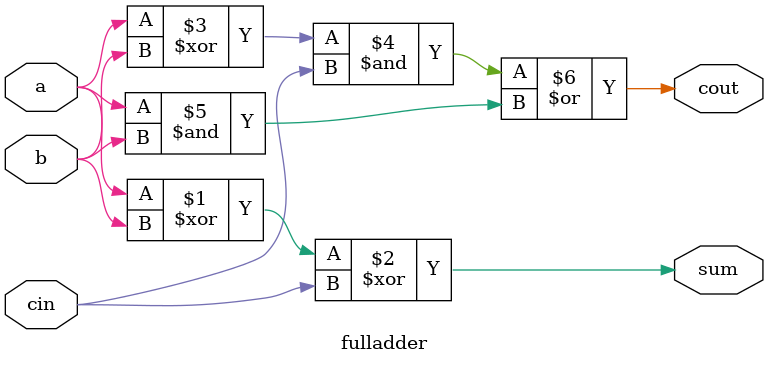
<source format=v>
module subtractor #(parameter N=8)
(
	input [N-1:0] a,
	input [N-1:0] b,
	input cin,
	output [N-1:0] result,
	output [7:0] flags
);

wire [N-1:0] sum;
wire [N-1:0] carry;
fulladder Sini 		(.a(a[0]), .b(~b[0]), .cin(cin), .sum(sum[0]), .cout(carry[0]));
fulladder S[N-1:1] 	(.a(a[N-1:1]), .b(~b[N-1:1]), .cin(carry[N-2:0]), .sum(sum[N-1:1]), .cout(carry[N-1:1]));
assign result = sum;
assign flags = {sum[7], (carry[7] ^ carry[6]), 4'b0000, ~(|sum), carry[7]};
endmodule





module fulladder
(
	input a,
	input b,
	input cin,
	output sum,
	output cout
);

assign sum = (a ^ b) ^ cin;
assign cout = ((a ^ b) & cin) | (a & b);
endmodule


</source>
